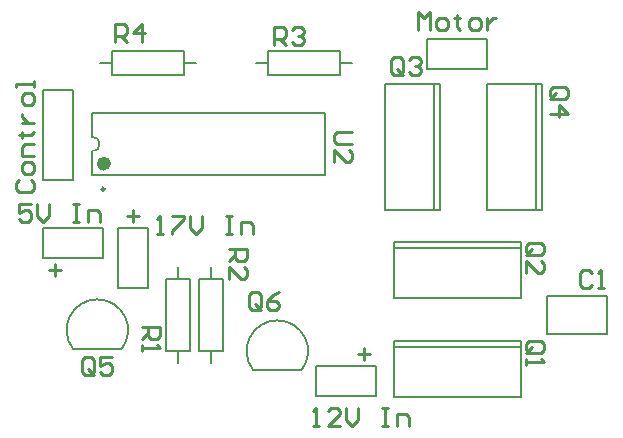
<source format=gto>
%FSLAX24Y24*%
%MOIN*%
G70*
G01*
G75*
G04 Layer_Color=65535*
%ADD10C,0.0100*%
%ADD11R,0.0591X0.0591*%
%ADD12C,0.0591*%
%ADD13O,0.0394X0.0787*%
%ADD14O,0.0394X0.0787*%
%ADD15R,0.0630X0.0630*%
%ADD16C,0.0630*%
%ADD17C,0.0551*%
%ADD18R,0.0591X0.0591*%
%ADD19R,0.0630X0.0630*%
%ADD20C,0.0650*%
%ADD21C,0.0500*%
%ADD22C,0.0600*%
%ADD23C,0.0079*%
%ADD24C,0.0098*%
%ADD25C,0.0236*%
D10*
X37340Y25460D02*
Y25860D01*
X37240Y25960D01*
X37040D01*
X36940Y25860D01*
Y25460D01*
X37040Y25360D01*
X37240D01*
X37140Y25560D02*
X37340Y25360D01*
X37240D02*
X37340Y25460D01*
X37940Y25960D02*
X37740Y25860D01*
X37540Y25660D01*
Y25460D01*
X37640Y25360D01*
X37840D01*
X37940Y25460D01*
Y25560D01*
X37840Y25660D01*
X37540D01*
X46300Y23950D02*
X46700D01*
X46800Y24050D01*
Y24250D01*
X46700Y24350D01*
X46300D01*
X46200Y24250D01*
Y24050D01*
X46400Y24150D02*
X46200Y23950D01*
Y24050D02*
X46300Y23950D01*
X46200Y23750D02*
Y23550D01*
Y23650D01*
X46800D01*
X46700Y23750D01*
X32500Y34300D02*
Y34900D01*
X32800D01*
X32900Y34800D01*
Y34600D01*
X32800Y34500D01*
X32500D01*
X32700D02*
X32900Y34300D01*
X33400D02*
Y34900D01*
X33100Y34600D01*
X33500D01*
X37800Y34200D02*
Y34800D01*
X38100D01*
X38200Y34700D01*
Y34500D01*
X38100Y34400D01*
X37800D01*
X38000D02*
X38200Y34200D01*
X38400Y34700D02*
X38500Y34800D01*
X38700D01*
X38800Y34700D01*
Y34600D01*
X38700Y34500D01*
X38600D01*
X38700D01*
X38800Y34400D01*
Y34300D01*
X38700Y34200D01*
X38500D01*
X38400Y34300D01*
X29300Y29700D02*
X29200Y29600D01*
Y29400D01*
X29300Y29300D01*
X29700D01*
X29800Y29400D01*
Y29600D01*
X29700Y29700D01*
X29800Y30000D02*
Y30200D01*
X29700Y30300D01*
X29500D01*
X29400Y30200D01*
Y30000D01*
X29500Y29900D01*
X29700D01*
X29800Y30000D01*
Y30500D02*
X29400D01*
Y30800D01*
X29500Y30899D01*
X29800D01*
X29300Y31199D02*
X29400D01*
Y31099D01*
Y31299D01*
Y31199D01*
X29700D01*
X29800Y31299D01*
X29400Y31599D02*
X29800D01*
X29600D01*
X29500Y31699D01*
X29400Y31799D01*
Y31899D01*
X29800Y32299D02*
Y32499D01*
X29700Y32599D01*
X29500D01*
X29400Y32499D01*
Y32299D01*
X29500Y32199D01*
X29700D01*
X29800Y32299D01*
Y32799D02*
Y32999D01*
Y32899D01*
X29200D01*
Y32799D01*
X40400Y31300D02*
X39900D01*
X39800Y31200D01*
Y31000D01*
X39900Y30900D01*
X40400D01*
X39800Y30300D02*
Y30700D01*
X40200Y30300D01*
X40300D01*
X40400Y30400D01*
Y30600D01*
X40300Y30700D01*
X36300Y27400D02*
X36900D01*
Y27100D01*
X36800Y27000D01*
X36600D01*
X36500Y27100D01*
Y27400D01*
Y27200D02*
X36300Y27000D01*
Y26400D02*
Y26800D01*
X36700Y26400D01*
X36800D01*
X36900Y26500D01*
Y26700D01*
X36800Y26800D01*
X33400Y24800D02*
X34000D01*
Y24500D01*
X33900Y24400D01*
X33700D01*
X33600Y24500D01*
Y24800D01*
Y24600D02*
X33400Y24400D01*
Y24200D02*
Y24000D01*
Y24100D01*
X34000D01*
X33900Y24200D01*
X31800Y23300D02*
Y23700D01*
X31700Y23800D01*
X31500D01*
X31400Y23700D01*
Y23300D01*
X31500Y23200D01*
X31700D01*
X31600Y23400D02*
X31800Y23200D01*
X31700D02*
X31800Y23300D01*
X32400Y23800D02*
X32000D01*
Y23500D01*
X32200Y23600D01*
X32300D01*
X32400Y23500D01*
Y23300D01*
X32300Y23200D01*
X32100D01*
X32000Y23300D01*
X47100Y32400D02*
X47500D01*
X47600Y32500D01*
Y32700D01*
X47500Y32800D01*
X47100D01*
X47000Y32700D01*
Y32500D01*
X47200Y32600D02*
X47000Y32400D01*
Y32500D02*
X47100Y32400D01*
X47000Y31900D02*
X47600D01*
X47300Y32200D01*
Y31800D01*
X42100Y33300D02*
Y33700D01*
X42000Y33800D01*
X41800D01*
X41700Y33700D01*
Y33300D01*
X41800Y33200D01*
X42000D01*
X41900Y33400D02*
X42100Y33200D01*
X42000D02*
X42100Y33300D01*
X42300Y33700D02*
X42400Y33800D01*
X42600D01*
X42700Y33700D01*
Y33600D01*
X42600Y33500D01*
X42500D01*
X42600D01*
X42700Y33400D01*
Y33300D01*
X42600Y33200D01*
X42400D01*
X42300Y33300D01*
X46300Y27200D02*
X46700D01*
X46800Y27300D01*
Y27500D01*
X46700Y27600D01*
X46300D01*
X46200Y27500D01*
Y27300D01*
X46400Y27400D02*
X46200Y27200D01*
Y27300D02*
X46300Y27200D01*
X46200Y26600D02*
Y27000D01*
X46600Y26600D01*
X46700D01*
X46800Y26700D01*
Y26900D01*
X46700Y27000D01*
X42600Y34700D02*
Y35300D01*
X42800Y35100D01*
X43000Y35300D01*
Y34700D01*
X43300D02*
X43500D01*
X43600Y34800D01*
Y35000D01*
X43500Y35100D01*
X43300D01*
X43200Y35000D01*
Y34800D01*
X43300Y34700D01*
X43900Y35200D02*
Y35100D01*
X43800D01*
X44000D01*
X43900D01*
Y34800D01*
X44000Y34700D01*
X44399D02*
X44599D01*
X44699Y34800D01*
Y35000D01*
X44599Y35100D01*
X44399D01*
X44299Y35000D01*
Y34800D01*
X44399Y34700D01*
X44899Y35100D02*
Y34700D01*
Y34900D01*
X44999Y35000D01*
X45099Y35100D01*
X45199D01*
X33900Y27900D02*
X34100D01*
X34000D01*
Y28500D01*
X33900Y28400D01*
X34400Y28500D02*
X34800D01*
Y28400D01*
X34400Y28000D01*
Y27900D01*
X35000Y28500D02*
Y28100D01*
X35200Y27900D01*
X35400Y28100D01*
Y28500D01*
X36199D02*
X36399D01*
X36299D01*
Y27900D01*
X36199D01*
X36399D01*
X36699D02*
Y28300D01*
X36999D01*
X37099Y28200D01*
Y27900D01*
X39100Y21500D02*
X39300D01*
X39200D01*
Y22100D01*
X39100Y22000D01*
X40000Y21500D02*
X39600D01*
X40000Y21900D01*
Y22000D01*
X39900Y22100D01*
X39700D01*
X39600Y22000D01*
X40200Y22100D02*
Y21700D01*
X40400Y21500D01*
X40600Y21700D01*
Y22100D01*
X41399D02*
X41599D01*
X41499D01*
Y21500D01*
X41399D01*
X41599D01*
X41899D02*
Y21900D01*
X42199D01*
X42299Y21800D01*
Y21500D01*
X29700Y28900D02*
X29300D01*
Y28600D01*
X29500Y28700D01*
X29600D01*
X29700Y28600D01*
Y28400D01*
X29600Y28300D01*
X29400D01*
X29300Y28400D01*
X29900Y28900D02*
Y28500D01*
X30100Y28300D01*
X30300Y28500D01*
Y28900D01*
X31099D02*
X31299D01*
X31199D01*
Y28300D01*
X31099D01*
X31299D01*
X31599D02*
Y28700D01*
X31899D01*
X31999Y28600D01*
Y28300D01*
X48400Y26600D02*
X48300Y26700D01*
X48100D01*
X48000Y26600D01*
Y26200D01*
X48100Y26100D01*
X48300D01*
X48400Y26200D01*
X48600Y26100D02*
X48800D01*
X48700D01*
Y26700D01*
X48600Y26600D01*
X40600Y23900D02*
X41000D01*
X40800Y24100D02*
Y23700D01*
X32900Y28500D02*
X33300D01*
X33100Y28700D02*
Y28300D01*
X30300Y26700D02*
X30700D01*
X30500Y26900D02*
Y26500D01*
D23*
X38707Y23370D02*
G03*
X37093Y23370I-807J630D01*
G01*
X32707Y24070D02*
G03*
X31093Y24070I-807J630D01*
G01*
X31722Y30650D02*
G03*
X31722Y31150I0J250D01*
G01*
X32600Y28100D02*
X33600D01*
Y26100D02*
Y28100D01*
X32600Y26100D02*
X33600D01*
X32600D02*
Y28100D01*
X37117Y23370D02*
X38683D01*
X41794Y24125D02*
X46006D01*
X41794Y24322D02*
X46006D01*
X41794Y22472D02*
X46006D01*
X41794D02*
Y24322D01*
X46006Y22472D02*
Y24322D01*
X31117Y24070D02*
X32683D01*
X37600Y33200D02*
Y34000D01*
X40000D01*
Y33200D02*
Y34000D01*
X37600Y33200D02*
X40000D01*
X37200Y33600D02*
X37600D01*
X40000D02*
X40400D01*
X30100Y29700D02*
Y32700D01*
Y29700D02*
X31100D01*
Y32700D01*
X30100D02*
X31100D01*
X44900Y33400D02*
Y34400D01*
X42900Y33400D02*
X44900D01*
X42900D02*
Y34400D01*
X44900D01*
X30100Y27100D02*
Y28100D01*
X32100D01*
Y27100D02*
Y28100D01*
X30100Y27100D02*
X32100D01*
X41200Y22500D02*
Y23500D01*
X39200Y22500D02*
X41200D01*
X39200D02*
Y23500D01*
X41200D01*
X35300Y26400D02*
X36100D01*
Y24000D02*
Y26400D01*
X35300Y24000D02*
X36100D01*
X35300D02*
Y26400D01*
X35700D02*
Y26800D01*
Y23600D02*
Y24000D01*
X34200Y26400D02*
X35000D01*
Y24000D02*
Y26400D01*
X34200Y24000D02*
X35000D01*
X34200D02*
Y26400D01*
X34600D02*
Y26800D01*
Y23600D02*
Y24000D01*
X46525Y28694D02*
Y32906D01*
X46722Y28694D02*
Y32906D01*
X44872Y28694D02*
Y32906D01*
X46722D01*
X44872Y28694D02*
X46722D01*
X43125Y28694D02*
Y32906D01*
X43322Y28694D02*
Y32906D01*
X41472Y28694D02*
Y32906D01*
X43322D01*
X41472Y28694D02*
X43322D01*
X41794Y27425D02*
X46006D01*
X41794Y27622D02*
X46006D01*
X41794Y25772D02*
X46006D01*
X41794D02*
Y27622D01*
X46006Y25772D02*
Y27622D01*
X31722Y29857D02*
X39478D01*
X31722Y31943D02*
X39478D01*
X31722Y29857D02*
Y30650D01*
Y31150D02*
Y31943D01*
X39478Y29857D02*
Y31943D01*
X34800Y33200D02*
Y34000D01*
X32400Y33200D02*
X34800D01*
X32400D02*
Y34000D01*
X34800D01*
Y33600D02*
X35200D01*
X32000D02*
X32400D01*
X46896Y24570D02*
Y25830D01*
X48904Y24570D02*
Y25830D01*
X46896Y24570D02*
X48904D01*
X46896Y25830D02*
X48904D01*
D24*
X32137Y29400D02*
G03*
X32137Y29400I-49J0D01*
G01*
D25*
X32234Y30250D02*
G03*
X32234Y30250I-118J0D01*
G01*
M02*

</source>
